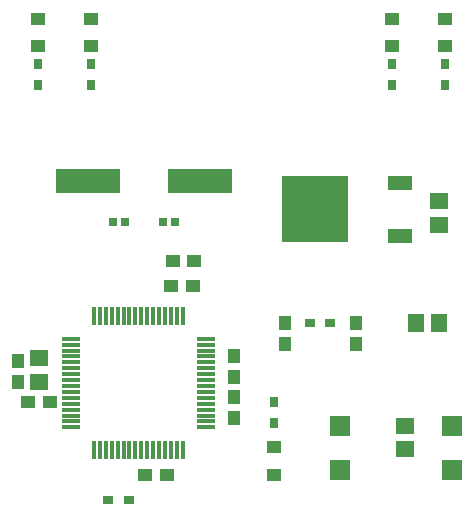
<source format=gtp>
%FSLAX25Y25*%
%MOIN*%
G70*
G01*
G75*
G04 Layer_Color=8421504*
%ADD10R,0.03150X0.03543*%
%ADD11R,0.05118X0.04134*%
%ADD12R,0.07087X0.07165*%
%ADD13R,0.06102X0.05315*%
%ADD14R,0.22047X0.22047*%
%ADD15R,0.07874X0.04724*%
%ADD16R,0.03740X0.02756*%
%ADD17R,0.04331X0.04528*%
%ADD18R,0.05315X0.06102*%
%ADD19R,0.04528X0.04331*%
%ADD20R,0.05906X0.01181*%
%ADD21R,0.01181X0.05906*%
%ADD22R,0.03543X0.03150*%
%ADD23R,0.02835X0.02835*%
%ADD24R,0.21654X0.07874*%
%ADD25C,0.01000*%
%ADD26C,0.03937*%
%ADD27C,0.01969*%
%ADD28C,0.07874*%
%ADD29C,0.05118*%
%ADD30C,0.14961*%
%ADD31C,0.02756*%
%ADD32C,0.05906*%
D10*
X13780Y204331D02*
D03*
Y197244D02*
D03*
X31496Y204331D02*
D03*
Y197244D02*
D03*
X131890Y204331D02*
D03*
Y197244D02*
D03*
X149606Y204331D02*
D03*
Y197244D02*
D03*
X92520Y84646D02*
D03*
Y91732D02*
D03*
D11*
X13780Y219488D02*
D03*
Y210236D02*
D03*
X31496Y219488D02*
D03*
Y210236D02*
D03*
X131890Y219488D02*
D03*
Y210236D02*
D03*
X149606Y219488D02*
D03*
Y210236D02*
D03*
X92520Y67421D02*
D03*
Y76673D02*
D03*
D12*
X151969Y68996D02*
D03*
Y83760D02*
D03*
X114567Y68996D02*
D03*
Y83760D02*
D03*
D13*
X136221Y75984D02*
D03*
Y83858D02*
D03*
X147638Y150787D02*
D03*
Y158661D02*
D03*
X14173Y106299D02*
D03*
Y98425D02*
D03*
D14*
X106299Y155905D02*
D03*
D15*
X134646Y147047D02*
D03*
Y164764D02*
D03*
D16*
X104626Y118110D02*
D03*
X111122D02*
D03*
D03*
D17*
X96063Y111024D02*
D03*
Y118110D02*
D03*
X119685Y111024D02*
D03*
Y118110D02*
D03*
X79134Y93307D02*
D03*
Y86221D02*
D03*
Y100000D02*
D03*
Y107087D02*
D03*
X7087Y105512D02*
D03*
Y98425D02*
D03*
D18*
X147638Y118110D02*
D03*
X139764D02*
D03*
D19*
X10630Y91732D02*
D03*
X17717D02*
D03*
X65748Y138583D02*
D03*
X58661D02*
D03*
X65354Y130315D02*
D03*
X58268D02*
D03*
X49606Y67323D02*
D03*
X56693D02*
D03*
D20*
X24803Y83268D02*
D03*
Y85236D02*
D03*
Y87205D02*
D03*
Y89173D02*
D03*
Y91142D02*
D03*
Y93110D02*
D03*
Y95079D02*
D03*
Y97047D02*
D03*
Y99016D02*
D03*
Y100984D02*
D03*
Y102953D02*
D03*
Y104921D02*
D03*
Y106890D02*
D03*
Y108858D02*
D03*
Y110827D02*
D03*
Y112795D02*
D03*
X69685D02*
D03*
Y110827D02*
D03*
Y108858D02*
D03*
Y106890D02*
D03*
Y104921D02*
D03*
Y102953D02*
D03*
Y100984D02*
D03*
Y99016D02*
D03*
Y97047D02*
D03*
Y95079D02*
D03*
Y93110D02*
D03*
Y91142D02*
D03*
Y89173D02*
D03*
Y87205D02*
D03*
Y85236D02*
D03*
Y83268D02*
D03*
D21*
X32480Y120472D02*
D03*
X34449D02*
D03*
X36417D02*
D03*
X38386D02*
D03*
X40354D02*
D03*
X42323D02*
D03*
X44291D02*
D03*
X46260D02*
D03*
X48228D02*
D03*
X50197D02*
D03*
X52165D02*
D03*
X54134D02*
D03*
X56102D02*
D03*
X58071D02*
D03*
X60039D02*
D03*
X62008D02*
D03*
X62008Y75591D02*
D03*
X60039D02*
D03*
X58071D02*
D03*
X56102D02*
D03*
X54134D02*
D03*
X52165D02*
D03*
X50197D02*
D03*
X48228D02*
D03*
X46260D02*
D03*
X44291D02*
D03*
X42323D02*
D03*
X40354D02*
D03*
X38386D02*
D03*
X36417D02*
D03*
X34449D02*
D03*
X32480D02*
D03*
D22*
X37008Y59055D02*
D03*
X44094D02*
D03*
D23*
X55512Y151575D02*
D03*
X59449D02*
D03*
X42913D02*
D03*
X38976D02*
D03*
D24*
X67913Y165354D02*
D03*
X30512D02*
D03*
M02*

</source>
